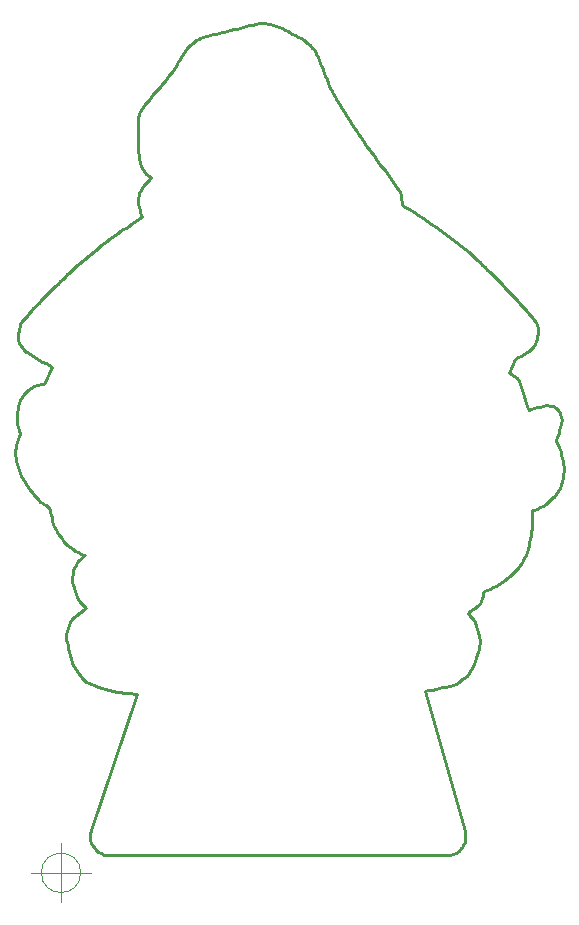
<source format=gbr>
%TF.GenerationSoftware,KiCad,Pcbnew,(6.0.5)*%
%TF.CreationDate,2022-09-12T01:39:42-06:00*%
%TF.ProjectId,MiniMageSpells,4d696e69-4d61-4676-9553-70656c6c732e,1.0*%
%TF.SameCoordinates,PX6e486c0PY7ba4d50*%
%TF.FileFunction,Profile,NP*%
%FSLAX46Y46*%
G04 Gerber Fmt 4.6, Leading zero omitted, Abs format (unit mm)*
G04 Created by KiCad (PCBNEW (6.0.5)) date 2022-09-12 01:39:42*
%MOMM*%
%LPD*%
G01*
G04 APERTURE LIST*
%ADD10C,0.250000*%
%TA.AperFunction,Profile*%
%ADD11C,0.100000*%
%TD*%
G04 APERTURE END LIST*
D10*
X39914332Y30245869D02*
X39915650Y30504196D01*
X39914784Y30702753D01*
X547097Y50676749D02*
X340564Y50479608D01*
X134125Y50282356D01*
X-72113Y50084889D01*
X-278045Y49887104D01*
X-483563Y49688896D01*
X-688563Y49490161D01*
X-892938Y49290795D01*
X-1096580Y49090692D01*
X34504585Y16902239D02*
X34642529Y17111459D01*
X34798505Y17380025D01*
X34937303Y17656013D01*
X35060110Y17938993D01*
X35168112Y18228533D01*
X35262496Y18524203D01*
X35313084Y18704368D01*
X-3518547Y36995780D02*
X-3634213Y36746988D01*
X-3719436Y36489272D01*
X-3781979Y36225101D01*
X-3829605Y35956944D01*
X-3853108Y35802872D01*
X1082421Y24111230D02*
X1147240Y23857122D01*
X1234425Y23615354D01*
X1343152Y23385406D01*
X1472600Y23166759D01*
X1621944Y22958893D01*
X1790362Y22761289D01*
X1862886Y22685004D01*
X1549404Y22021909D02*
X1324312Y21850825D01*
X1124222Y21664801D01*
X949288Y21463601D01*
X799662Y21246989D01*
X675498Y21014729D01*
X576949Y20766584D01*
X504168Y20502319D01*
X457309Y20221696D01*
X31437179Y15508892D02*
X31724424Y15567062D01*
X32010790Y15629768D01*
X32296652Y15695103D01*
X32582385Y15761157D01*
X32868363Y15826022D01*
X32963809Y15847049D01*
X33920146Y2136172D02*
X34067305Y2370635D01*
X34170445Y2623873D01*
X34228421Y2889810D01*
X34240087Y3162370D01*
X34204300Y3435474D01*
X34181629Y3525579D01*
X38837417Y41405136D02*
X38736408Y41648682D01*
X38578912Y41886496D01*
X38375039Y42074705D01*
X38120930Y42213606D01*
X37906530Y42282796D01*
X30819754Y15424271D02*
X31071788Y15452248D01*
X31322327Y15488336D01*
X31437179Y15508892D01*
X40362194Y45582077D02*
X40389655Y45848622D01*
X40368716Y46108133D01*
X40303443Y46359731D01*
X40197906Y46602536D01*
X-3858125Y35385025D02*
X-3818169Y35134891D01*
X-3774520Y34885218D01*
X-3724610Y34636949D01*
X-3665867Y34391029D01*
X40322813Y39408445D02*
X40074797Y39336810D01*
X39828563Y39262295D01*
X39606297Y39194870D01*
X39860309Y47062047D02*
X39618371Y47345678D01*
X39374964Y47627969D01*
X39129938Y47908786D01*
X38883144Y48187996D01*
X38634433Y48465464D01*
X38383656Y48741055D01*
X38130664Y49014635D01*
X37875307Y49286070D01*
X37617436Y49555226D01*
X37356902Y49821968D01*
X37181661Y49998388D01*
X2096227Y22395487D02*
X1881431Y22249034D01*
X1663577Y22100325D01*
X1549404Y22021909D01*
X942831Y24920612D02*
X959650Y24662592D01*
X1011428Y24411246D01*
X1071683Y24161453D01*
X1082421Y24111230D01*
X37181661Y49998388D02*
X36967123Y50213023D01*
X36752545Y50427613D01*
X36537642Y50641861D01*
X36322131Y50855470D01*
X36105728Y51068143D01*
X35888147Y51279583D01*
X35669105Y51489493D01*
X35448318Y51697577D01*
X35225501Y51903536D01*
X35000370Y52107075D01*
X34848857Y52241275D01*
X1862886Y22685004D02*
X2021864Y22491859D01*
X2096227Y22395487D01*
X6424710Y15154370D02*
X2538254Y3599993D01*
X21881647Y68796358D02*
X21760809Y69088682D01*
X21622405Y69366095D01*
X21464779Y69627298D01*
X21286275Y69870989D01*
X21085237Y70095864D01*
X20860010Y70300624D01*
X20608937Y70483966D01*
X20330364Y70644587D01*
X5903380Y15186689D02*
X6164004Y15167575D01*
X6424710Y15154370D01*
X33757903Y16221854D02*
X33956277Y16378419D01*
X34154014Y16535183D01*
X34340365Y16705379D01*
X34504585Y16902239D01*
X1997762Y26906882D02*
X1809924Y26736453D01*
X1746851Y26684372D01*
X-1504738Y31248693D02*
X-1284198Y31114338D01*
X-1086869Y31001680D01*
X38461083Y43537349D02*
X38718502Y43653033D01*
X38973373Y43773449D01*
X39221509Y43905948D01*
X39458723Y44057884D01*
X39587759Y44156260D01*
X42368230Y38095777D02*
X42397825Y38345421D01*
X42363074Y38610406D01*
X42277592Y38861240D01*
X42245219Y38933560D01*
X1046894Y17562319D02*
X1201968Y17329628D01*
X1358299Y17097760D01*
X1514290Y16865670D01*
X1600219Y16736250D01*
X7433111Y59019328D02*
X7592382Y58892053D01*
X-3729193Y38269109D02*
X-3683727Y37999037D01*
X-3627848Y37730441D01*
X-3566358Y37462727D01*
X-3504056Y37195294D01*
X483169Y19572360D02*
X556119Y19284351D01*
X630862Y18996790D01*
X706973Y18709573D01*
X784027Y18422596D01*
X861599Y18135755D01*
X939264Y17848946D01*
X970262Y17734208D01*
X4042900Y1506409D02*
X32654073Y1506409D01*
X-3147208Y46897953D02*
X-3309950Y46689551D01*
X-3433830Y46461205D01*
X-3510390Y46207770D01*
X-3519279Y46153619D01*
X35406338Y20077433D02*
X35337318Y20370610D01*
X35255298Y20656094D01*
X35155930Y20932481D01*
X35034865Y21198363D01*
X34887756Y21452335D01*
X34710255Y21692992D01*
X34629771Y21785210D01*
X6548539Y56638745D02*
X6604327Y56376237D01*
X6675935Y56116194D01*
X6723184Y55942728D01*
X2980820Y52775544D02*
X2745587Y52587027D01*
X2511456Y52397206D01*
X2278552Y52205943D01*
X2047000Y52013098D01*
X1816924Y51818531D01*
X1588451Y51622104D01*
X1361704Y51423677D01*
X1136810Y51223111D01*
X913892Y51020266D01*
X693077Y50815004D01*
X547097Y50676749D01*
X20330364Y70644587D02*
X20080265Y70774782D01*
X19831902Y70908388D01*
X19584122Y71043157D01*
X19335772Y71176837D01*
X19193159Y71251871D01*
X7587494Y65669999D02*
X7415907Y65470192D01*
X7250290Y65264683D01*
X7091339Y65053878D01*
X6939751Y64838181D01*
X6856703Y64712886D01*
X40055043Y30754494D02*
X40293994Y30842781D01*
X40523870Y30944959D01*
X40798533Y31092038D01*
X41059208Y31260408D01*
X41306003Y31449842D01*
X41493518Y31616399D01*
X41672273Y31796172D01*
X41715600Y31843166D01*
X12249376Y70855018D02*
X12002672Y70780955D01*
X11764784Y70681671D01*
X11661276Y70625790D01*
X38354177Y25440047D02*
X38530951Y25627659D01*
X38696171Y25823246D01*
X38849409Y26026918D01*
X38990241Y26238785D01*
X39118239Y26458957D01*
X39232978Y26687546D01*
X39334031Y26924661D01*
X39420973Y27170411D01*
X6496088Y63296952D02*
X6494145Y63026417D01*
X6497279Y62755795D01*
X6503944Y62485109D01*
X6512590Y62214382D01*
X6521673Y61943637D01*
X6529644Y61672897D01*
X6532175Y61564607D01*
X32963809Y15847049D02*
X33205387Y15914430D01*
X33457293Y16022575D01*
X33691282Y16169581D01*
X33757903Y16221854D01*
X6723184Y55942728D02*
X6785863Y55694972D01*
X6832781Y55507548D01*
X11661276Y70625790D02*
X11448238Y70492673D01*
X11180509Y70300249D01*
X10931710Y70090586D01*
X10702146Y69863500D01*
X10492120Y69618806D01*
X10301935Y69356318D01*
X10131896Y69075851D01*
X9982305Y68777220D01*
X9948138Y68699702D01*
X40272105Y45190801D02*
X40329064Y45435220D01*
X40362194Y45582077D01*
X6552996Y57160720D02*
X6539350Y56897973D01*
X6548539Y56638745D01*
X41143327Y39605289D02*
X41039220Y39591767D01*
X-754869Y42844949D02*
X-1423907Y41426431D01*
X28855209Y56793322D02*
X28829722Y57076254D01*
X28777839Y57351601D01*
X28693485Y57616632D01*
X28570581Y57868615D01*
X28480706Y58005695D01*
X41715600Y31843166D02*
X41912774Y32083723D01*
X42079684Y32335935D01*
X42218271Y32599013D01*
X42330479Y32872168D01*
X42418252Y33154611D01*
X42483534Y33445552D01*
X42528267Y33744202D01*
X42554395Y34049771D01*
X-2094624Y31818297D02*
X-1925975Y31624317D01*
X-1751412Y31436395D01*
X-1550061Y31275702D01*
X-1504738Y31248693D01*
X9751143Y68352178D02*
X9562410Y68089387D01*
X9370106Y67829486D01*
X9174455Y67572288D01*
X8975685Y67317604D01*
X8774020Y67065245D01*
X8569687Y66815021D01*
X8362911Y66566745D01*
X8153920Y66320226D01*
X7942938Y66075276D01*
X7730193Y65831706D01*
X7587494Y65669999D01*
X22147329Y68106650D02*
X22055599Y68343595D01*
X21963879Y68580530D01*
X21881647Y68796358D01*
X22719301Y66629285D02*
X22608654Y66904907D01*
X22500633Y67181596D01*
X22394287Y67458967D01*
X22288667Y67736634D01*
X22182824Y68014211D01*
X22147329Y68106650D01*
X-798622Y30086899D02*
X-733871Y29821564D01*
X-653405Y29563345D01*
X-556197Y29312711D01*
X-441218Y29070128D01*
X-307439Y28836065D01*
X-153832Y28610989D01*
X-86607Y28523579D01*
X32654073Y1506409D02*
X32929929Y1530518D01*
X33194162Y1601026D01*
X33441254Y1715208D01*
X33665687Y1870340D01*
X33861943Y2063697D01*
X33920146Y2136172D01*
X-1096580Y49090692D02*
X-1295834Y48891837D01*
X-1493029Y48690862D01*
X-1688476Y48488133D01*
X-1882488Y48284016D01*
X-2075376Y48078876D01*
X-2139475Y48010331D01*
X23050482Y65969614D02*
X22926353Y66191119D01*
X22812184Y66418278D01*
X22719301Y66629285D01*
X2538254Y3599993D02*
X2472078Y3323474D01*
X2456206Y3043257D01*
X2489636Y2765965D01*
X2571367Y2498220D01*
X2700397Y2246644D01*
X2753745Y2167522D01*
X17566321Y71889494D02*
X17292766Y71929748D01*
X17019837Y71946080D01*
X16747771Y71933199D01*
X16476809Y71885812D01*
X6698853Y60120036D02*
X6773626Y59870015D01*
X6880599Y59642837D01*
X7042291Y59403422D01*
X7239402Y59187928D01*
X7433111Y59019328D01*
X-3724757Y38982760D02*
X-3748223Y38715340D01*
X-3746795Y38446096D01*
X-3729193Y38269109D01*
X457309Y20221696D02*
X440055Y19953904D01*
X459063Y19691446D01*
X483169Y19572360D01*
X6532175Y61564607D02*
X6542375Y61291345D01*
X6561749Y61019288D01*
X6590784Y60748350D01*
X6629970Y60478446D01*
X6679795Y60209492D01*
X6698853Y60120036D01*
X-86607Y28523579D02*
X69900Y28317858D01*
X207432Y28135899D01*
X-3662530Y45410210D02*
X-3609841Y45136127D01*
X-3538131Y44868336D01*
X-3416533Y44620006D01*
X-3316061Y44495301D01*
X-3519279Y46153619D02*
X-3573428Y45901650D01*
X-3628144Y45680090D01*
X970262Y17734208D02*
X1046894Y17562319D01*
X29090639Y56388093D02*
X28910435Y56561971D01*
X28855209Y56793322D01*
X41039220Y39591767D02*
X40792518Y39530389D01*
X40546043Y39468105D01*
X40322813Y39408445D01*
X28480706Y58005695D02*
X28302199Y58251080D01*
X28123284Y58496170D01*
X27944016Y58741005D01*
X27764451Y58985624D01*
X27584644Y59230069D01*
X27404652Y59474378D01*
X27224530Y59718591D01*
X27044335Y59962749D01*
X26864121Y60206892D01*
X26683945Y60451058D01*
X26563876Y60613869D01*
X16476809Y71885812D02*
X16209543Y71819834D01*
X15942410Y71753319D01*
X15675378Y71686387D01*
X15408419Y71619162D01*
X15141502Y71551764D01*
X14874597Y71484314D01*
X14607676Y71416935D01*
X14340708Y71349747D01*
X14073664Y71282873D01*
X13806513Y71216432D01*
X13628340Y71172440D01*
X35721306Y23454186D02*
X35768684Y23711017D01*
X35801276Y23886653D01*
X39587759Y44156260D02*
X39795998Y44343161D01*
X39977387Y44548345D01*
X40125006Y44776228D01*
X40231935Y45031221D01*
X40272105Y45190801D01*
X39420973Y27170411D02*
X39506366Y27452637D01*
X39583127Y27736180D01*
X39651439Y28021022D01*
X39711489Y28307143D01*
X39763462Y28594524D01*
X39807542Y28883145D01*
X39843914Y29172987D01*
X39872765Y29464030D01*
X39894278Y29756255D01*
X39908639Y30049642D01*
X39914332Y30245869D01*
X-3665867Y34391029D02*
X-3595844Y34127472D01*
X-3511691Y33867600D01*
X-3397606Y33626288D01*
X-3369805Y33581561D01*
X41983715Y36353851D02*
X41916585Y36604368D01*
X41939295Y36682104D01*
X42554395Y34049771D02*
X42557547Y34329798D01*
X42537534Y34606326D01*
X42498023Y34879787D01*
X42442679Y35150613D01*
X42375171Y35419237D01*
X42299164Y35686089D01*
X42267203Y35792430D01*
X2510801Y16004167D02*
X2816041Y15874880D01*
X3124341Y15758232D01*
X3435559Y15653617D01*
X3749554Y15560433D01*
X4066185Y15478074D01*
X4385309Y15405937D01*
X4706786Y15343417D01*
X5030475Y15289910D01*
X5356233Y15244811D01*
X5683920Y15207516D01*
X5903380Y15186689D01*
X1115904Y25850487D02*
X1032231Y25598719D01*
X979279Y25337374D01*
X950620Y25070193D01*
X942831Y24920612D01*
X1600219Y16736250D02*
X1761192Y16527862D01*
X1946075Y16349326D01*
X2151941Y16197335D01*
X2375864Y16068581D01*
X2510801Y16004167D01*
X2753745Y2167522D02*
X2939705Y1952357D01*
X3157992Y1775910D01*
X3402673Y1641222D01*
X3667812Y1551330D01*
X3947476Y1509273D01*
X4042900Y1506409D01*
X6560619Y57202277D02*
X6552996Y57160720D01*
X6856703Y64712886D02*
X6721912Y64466809D01*
X6623955Y64208585D01*
X6557585Y63941084D01*
X6517555Y63667175D01*
X6498619Y63389726D01*
X6496088Y63296952D01*
X19193159Y71251871D02*
X18949256Y71377171D01*
X18703475Y71497729D01*
X18454500Y71610296D01*
X18201009Y71711622D01*
X17941685Y71798457D01*
X17675209Y71867552D01*
X17566321Y71889494D01*
X-3369805Y33581561D02*
X-3221313Y33353727D01*
X-3072315Y33125990D01*
X-2921506Y32899363D01*
X-2767581Y32674858D01*
X-2609235Y32453487D01*
X-2445164Y32236262D01*
X-2274062Y32024194D01*
X-2094624Y31818297D01*
X-2139475Y48010331D02*
X-2330680Y47803857D01*
X-2520370Y47595965D01*
X-2708973Y47387061D01*
X-2896914Y47177549D01*
X-3084619Y46967834D01*
X-3147208Y46897953D01*
X7190124Y58420872D02*
X7022754Y58217841D01*
X6870344Y58007115D01*
X6739924Y57785046D01*
X6638525Y57547985D01*
X6573175Y57292284D01*
X6560619Y57202277D01*
X1451197Y27144551D02*
X1696100Y27036140D01*
X1941775Y26931051D01*
X1997762Y26906882D01*
X26563876Y60613869D02*
X26405707Y60829178D01*
X26248311Y61045020D01*
X26091730Y61261422D01*
X25936006Y61478413D01*
X25781180Y61696019D01*
X25627293Y61914268D01*
X25474387Y62133187D01*
X25322503Y62352803D01*
X25171684Y62573144D01*
X25021970Y62794237D01*
X24873403Y63016109D01*
X24726025Y63238788D01*
X24579877Y63462300D01*
X24435001Y63686674D01*
X24291438Y63911937D01*
X24149231Y64138115D01*
X-3853108Y35802872D02*
X-3871192Y35540906D01*
X-3858125Y35385025D01*
X24149231Y64138115D02*
X24008547Y64364982D01*
X23869151Y64592660D01*
X23730878Y64821041D01*
X23593558Y65050013D01*
X23457026Y65279467D01*
X23321113Y65509292D01*
X23185654Y65739378D01*
X23050482Y65969614D01*
X34181629Y3525579D02*
X30819754Y15424271D01*
X35313084Y18704368D02*
X35375312Y18957542D01*
X35422801Y19210809D01*
X35450230Y19465862D01*
X35452280Y19724392D01*
X35423629Y19988092D01*
X35406338Y20077433D01*
X-3628144Y45680090D02*
X-3665084Y45426209D01*
X-3662530Y45410210D01*
X-1423907Y41426431D02*
X-1677136Y41370896D01*
X-1928711Y41310207D01*
X-1999410Y41289144D01*
X1746851Y26684372D02*
X1547117Y26506016D01*
X1375009Y26306163D01*
X1231085Y26086944D01*
X1115904Y25850487D01*
X6832781Y55507548D02*
X6687032Y55407813D01*
X-1999410Y41289144D02*
X-2274470Y41185762D01*
X-2525913Y41057315D01*
X-2753844Y40904251D01*
X-2958366Y40727018D01*
X-3139583Y40526064D01*
X-3297596Y40301838D01*
X-3432511Y40054787D01*
X-3544428Y39785360D01*
X42245219Y38933560D02*
X42105126Y39158453D01*
X41894260Y39353229D01*
X41642100Y39486409D01*
X41400878Y39560453D01*
X41143327Y39605289D01*
X41939295Y36682104D02*
X42035997Y36942060D01*
X42123133Y37204978D01*
X42202552Y37470314D01*
X42276101Y37737524D01*
X42345628Y38006063D01*
X42368230Y38095777D01*
X35801276Y23886653D02*
X36077475Y23971388D01*
X36345375Y24070198D01*
X36605207Y24182573D01*
X36857205Y24308000D01*
X37101601Y24445970D01*
X37338630Y24595972D01*
X37568522Y24757494D01*
X37791512Y24930025D01*
X38007832Y25113055D01*
X38217715Y25306073D01*
X38354177Y25440047D01*
X-939634Y30790754D02*
X-888498Y30526453D01*
X-835392Y30262543D01*
X-798622Y30086899D01*
X-1086869Y31001680D02*
X-939634Y30790754D01*
X-3504056Y37195294D02*
X-3518547Y36995780D01*
X34629771Y21785210D02*
X34462139Y21979854D01*
X34442831Y22002444D01*
X42267203Y35792430D02*
X42172573Y36028839D01*
X42047128Y36254073D01*
X41983715Y36353851D01*
X-3316061Y44495301D02*
X-3130144Y44302124D01*
X-2933005Y44122644D01*
X-2872591Y44077260D01*
X207432Y28135899D02*
X370401Y27941708D01*
X544825Y27761776D01*
X769410Y27564963D01*
X1010843Y27389318D01*
X1225047Y27259365D01*
X1451197Y27144551D01*
X39914784Y30702753D02*
X40055043Y30754494D01*
X9948138Y68699702D02*
X9826825Y68466920D01*
X9751143Y68352178D01*
X-3544428Y39785360D02*
X-3619940Y39540128D01*
X-3676583Y39288219D01*
X-3717986Y39033643D01*
X-3724757Y38982760D01*
X39606297Y39194870D02*
X39564483Y39265473D01*
X39564483Y39265473D02*
X39473007Y39532734D01*
X39381294Y39799917D01*
X39289547Y40067090D01*
X39197970Y40334320D01*
X39106765Y40601673D01*
X39016136Y40869215D01*
X38926285Y41137014D01*
X38837417Y41405136D01*
X34848857Y52241275D02*
X34512571Y52533191D01*
X34173282Y52820965D01*
X33830960Y53104551D01*
X33485573Y53383898D01*
X33137091Y53658961D01*
X32785482Y53929690D01*
X32430716Y54196039D01*
X32072761Y54457957D01*
X31711587Y54715399D01*
X31347164Y54968315D01*
X30979459Y55216658D01*
X30608442Y55460380D01*
X30234083Y55699432D01*
X29856350Y55933767D01*
X29475212Y56163337D01*
X29090639Y56388093D01*
X7592382Y58892053D02*
X7426466Y58697297D01*
X7252119Y58493058D01*
X7190124Y58420872D01*
X34442831Y22002444D02*
X34648339Y22148036D01*
X34864469Y22300827D01*
X35024794Y22412109D01*
X35024794Y22412109D02*
X35249909Y22591708D01*
X35436033Y22797098D01*
X35581123Y23029782D01*
X35683138Y23291262D01*
X35721306Y23454186D01*
X6687032Y55407813D02*
X6444889Y55258083D01*
X6204386Y55106038D01*
X5965472Y54951753D01*
X5728096Y54795301D01*
X5492206Y54636755D01*
X5257751Y54476189D01*
X5024679Y54313676D01*
X4792940Y54149290D01*
X4562481Y53983103D01*
X4333252Y53815189D01*
X4105200Y53645621D01*
X3878276Y53474473D01*
X3652427Y53301818D01*
X3427602Y53127730D01*
X3203750Y52952281D01*
X2980820Y52775544D01*
X13628340Y71172440D02*
X13370158Y71111329D01*
X13111204Y71053343D01*
X12852017Y70996333D01*
X12593137Y70938147D01*
X12335105Y70876634D01*
X12249376Y70855018D01*
X37906530Y42282796D02*
X38461083Y43537349D01*
X-2872591Y44077260D02*
X-2619598Y43903469D01*
X-2362269Y43736907D01*
X-2101100Y43576781D01*
X-1836581Y43422299D01*
X-1569207Y43272668D01*
X-1299468Y43127094D01*
X-1027858Y42984786D01*
X-754869Y42844949D01*
X40197906Y46602536D02*
X40053442Y46826192D01*
X39894974Y47021213D01*
X39860309Y47062047D01*
D11*
X1666666Y0D02*
G75*
G03*
X1666666Y0I-1666666J0D01*
G01*
X-2500000Y0D02*
X2500000Y0D01*
X0Y2500000D02*
X0Y-2500000D01*
M02*

</source>
